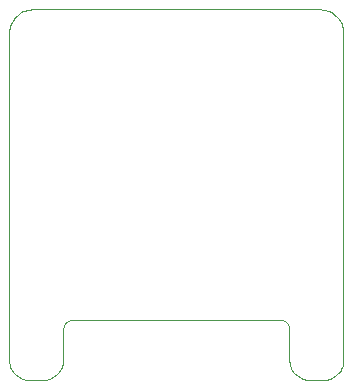
<source format=gko>
%TF.GenerationSoftware,KiCad,Pcbnew,4.0.7-e2-6376~58~ubuntu16.04.1*%
%TF.CreationDate,2018-01-20T15:39:55+01:00*%
%TF.ProjectId,OLEDModule,4F4C45444D6F64756C652E6B69636164,rev?*%
%TF.FileFunction,Profile,NP*%
%FSLAX46Y46*%
G04 Gerber Fmt 4.6, Leading zero omitted, Abs format (unit mm)*
G04 Created by KiCad (PCBNEW 4.0.7-e2-6376~58~ubuntu16.04.1) date Sat Jan 20 15:39:55 2018*
%MOMM*%
%LPD*%
G01*
G04 APERTURE LIST*
%ADD10C,0.100000*%
G04 APERTURE END LIST*
D10*
X23385451Y-1075267D02*
X22157272Y-1075267D01*
X24321979Y-1075267D02*
X23385451Y-1075267D01*
X25006390Y-1075267D02*
X24321979Y-1075267D01*
X25478219Y-1075267D02*
X25006390Y-1075267D01*
X25777001Y-1075267D02*
X25478219Y-1075267D01*
X25942272Y-1075267D02*
X25777001Y-1075267D01*
X26013567Y-1075267D02*
X25942272Y-1075267D01*
X26030419Y-1075267D02*
X26013567Y-1075267D01*
X26030869Y-1075267D02*
X26030419Y-1075267D01*
X26032473Y-1075267D02*
X26030869Y-1075267D01*
X26037950Y-1075267D02*
X26032473Y-1075267D01*
X26049686Y-1075267D02*
X26037950Y-1075267D01*
X26070067Y-1075267D02*
X26049686Y-1075267D01*
X26101480Y-1075267D02*
X26070067Y-1075267D01*
X26146311Y-1075267D02*
X26101480Y-1075267D01*
X26206947Y-1075267D02*
X26146311Y-1075267D01*
X26285760Y-1075271D02*
X26206947Y-1075267D01*
X26383492Y-1075890D02*
X26285760Y-1075271D01*
X26497678Y-1078919D02*
X26383492Y-1075890D01*
X26625480Y-1086293D02*
X26497678Y-1078919D01*
X26764060Y-1099945D02*
X26625480Y-1086293D01*
X26910580Y-1121812D02*
X26764060Y-1099945D01*
X27062201Y-1153826D02*
X26910580Y-1121812D01*
X27216086Y-1197923D02*
X27062201Y-1153826D01*
X27369396Y-1256037D02*
X27216086Y-1197923D01*
X27519442Y-1329728D02*
X27369396Y-1256037D01*
X27664415Y-1418336D02*
X27519442Y-1329728D01*
X27802833Y-1520378D02*
X27664415Y-1418336D01*
X27933211Y-1634371D02*
X27802833Y-1520378D01*
X28054069Y-1758834D02*
X27933211Y-1634371D01*
X28163923Y-1892283D02*
X28054069Y-1758834D01*
X28261291Y-2033235D02*
X28163923Y-1892283D01*
X28344689Y-2180209D02*
X28261291Y-2033235D01*
X28412704Y-2331694D02*
X28344689Y-2180209D01*
X28465540Y-2485539D02*
X28412704Y-2331694D01*
X28505056Y-2638935D02*
X28465540Y-2485539D01*
X28533187Y-2789043D02*
X28505056Y-2638935D01*
X28551868Y-2933027D02*
X28533187Y-2789043D01*
X28563033Y-3068047D02*
X28551868Y-2933027D01*
X28568617Y-3191266D02*
X28563033Y-3068047D01*
X28570553Y-3299845D02*
X28568617Y-3191266D01*
X28570777Y-3390956D02*
X28570553Y-3299845D01*
X28570777Y-3470686D02*
X28570777Y-3390956D01*
X28570777Y-3570498D02*
X28570777Y-3470686D01*
X28570777Y-3726337D02*
X28570777Y-3570498D01*
X28570777Y-3974151D02*
X28570777Y-3726337D01*
X28570777Y-4349885D02*
X28570777Y-3974151D01*
X28570777Y-4889485D02*
X28570777Y-4349885D01*
X28570777Y-5628900D02*
X28570777Y-4889485D01*
X28570777Y-6604074D02*
X28570777Y-5628900D01*
X28570777Y-7844058D02*
X28570777Y-6604074D01*
X28570777Y-9315352D02*
X28570777Y-7844058D01*
X28570777Y-10951145D02*
X28570777Y-9315352D01*
X28570777Y-12684318D02*
X28570777Y-10951145D01*
X28570777Y-14447750D02*
X28570777Y-12684318D01*
X28570777Y-16174321D02*
X28570777Y-14447750D01*
X28570777Y-17796911D02*
X28570777Y-16174321D01*
X28570777Y-19248399D02*
X28570777Y-17796911D01*
X28570777Y-20462452D02*
X28570777Y-19248399D01*
X28570777Y-21411859D02*
X28570777Y-20462452D01*
X28570777Y-22125796D02*
X28570777Y-21411859D01*
X28570777Y-22637821D02*
X28570777Y-22125796D01*
X28570777Y-22981496D02*
X28570777Y-22637821D01*
X28570777Y-23190380D02*
X28570777Y-22981496D01*
X28570777Y-23298034D02*
X28570777Y-23190380D01*
X28570777Y-23338017D02*
X28570777Y-23298034D01*
X28570777Y-23343890D02*
X28570777Y-23338017D01*
X28570777Y-23344975D02*
X28570777Y-23343890D01*
X28570777Y-23352786D02*
X28570777Y-23344975D01*
X28570777Y-23374164D02*
X28570777Y-23352786D01*
X28570777Y-23415946D02*
X28570777Y-23374164D01*
X28570777Y-23484972D02*
X28570777Y-23415946D01*
X28570777Y-23588081D02*
X28570777Y-23484972D01*
X28570777Y-23732112D02*
X28570777Y-23588081D01*
X28570777Y-23923904D02*
X28570777Y-23732112D01*
X28570777Y-24169532D02*
X28570777Y-23923904D01*
X28570777Y-24463946D02*
X28570777Y-24169532D01*
X28570777Y-24793676D02*
X28570777Y-24463946D01*
X28570777Y-25145045D02*
X28570777Y-24793676D01*
X28570777Y-25504373D02*
X28570777Y-25145045D01*
X28570777Y-25857984D02*
X28570777Y-25504373D01*
X28570777Y-26192198D02*
X28570777Y-25857984D01*
X28570777Y-26493339D02*
X28570777Y-26192198D01*
X28570777Y-26747770D02*
X28570777Y-26493339D01*
X28570777Y-26948044D02*
X28570777Y-26747770D01*
X28570777Y-27099436D02*
X28570777Y-26948044D01*
X28570777Y-27208784D02*
X28570777Y-27099436D01*
X28570777Y-27282929D02*
X28570777Y-27208784D01*
X28570777Y-27328709D02*
X28570777Y-27282929D01*
X28570777Y-27352963D02*
X28570777Y-27328709D01*
X28570777Y-27362530D02*
X28570777Y-27352963D01*
X28570777Y-27364248D02*
X28570777Y-27362530D01*
X28570777Y-27364770D02*
X28570777Y-27364248D01*
X28570777Y-27369565D02*
X28570777Y-27364770D01*
X28570777Y-27383650D02*
X28570777Y-27369565D01*
X28570777Y-27412039D02*
X28570777Y-27383650D01*
X28570777Y-27459746D02*
X28570777Y-27412039D01*
X28570777Y-27531788D02*
X28570777Y-27459746D01*
X28570777Y-27633177D02*
X28570777Y-27531788D01*
X28570777Y-27768929D02*
X28570777Y-27633177D01*
X28570777Y-27943790D02*
X28570777Y-27768929D01*
X28570777Y-28155529D02*
X28570777Y-27943790D01*
X28570777Y-28394478D02*
X28570777Y-28155529D01*
X28570777Y-28650609D02*
X28570777Y-28394478D01*
X28570777Y-28913892D02*
X28570777Y-28650609D01*
X28570777Y-29174298D02*
X28570777Y-28913892D01*
X28570777Y-29421797D02*
X28570777Y-29174298D01*
X28570777Y-29646360D02*
X28570777Y-29421797D01*
X28570777Y-29837961D02*
X28570777Y-29646360D01*
X28570777Y-29990332D02*
X28570777Y-29837961D01*
X28570777Y-30108432D02*
X28570777Y-29990332D01*
X28570777Y-30199305D02*
X28570777Y-30108432D01*
X28570777Y-30269995D02*
X28570777Y-30199305D01*
X28570777Y-30327548D02*
X28570777Y-30269995D01*
X28570777Y-30379006D02*
X28570777Y-30327548D01*
X28570777Y-30431414D02*
X28570777Y-30379006D01*
X28570777Y-30491817D02*
X28570777Y-30431414D01*
X28570674Y-30566667D02*
X28570777Y-30491817D01*
X28569378Y-30656744D02*
X28570674Y-30566667D01*
X28565251Y-30759667D02*
X28569378Y-30656744D01*
X28556646Y-30873024D02*
X28565251Y-30759667D01*
X28541918Y-30994399D02*
X28556646Y-30873024D01*
X28519422Y-31121380D02*
X28541918Y-30994399D01*
X28487513Y-31251553D02*
X28519422Y-31121380D01*
X28444546Y-31382503D02*
X28487513Y-31251553D01*
X28388894Y-31511825D02*
X28444546Y-31382503D01*
X28320030Y-31637547D02*
X28388894Y-31511825D01*
X28239079Y-31758355D02*
X28320030Y-31637547D01*
X28147301Y-31872988D02*
X28239079Y-31758355D01*
X28045957Y-31980185D02*
X28147301Y-31872988D01*
X27936309Y-32078684D02*
X28045957Y-31980185D01*
X27819618Y-32167225D02*
X27936309Y-32078684D01*
X27697144Y-32244547D02*
X27819618Y-32167225D01*
X27570148Y-32309388D02*
X27697144Y-32244547D01*
X27440066Y-32360926D02*
X27570148Y-32309388D01*
X27309099Y-32400273D02*
X27440066Y-32360926D01*
X27179662Y-32429073D02*
X27309099Y-32400273D01*
X27054168Y-32448973D02*
X27179662Y-32429073D01*
X26935031Y-32461617D02*
X27054168Y-32448973D01*
X26824665Y-32468651D02*
X26935031Y-32461617D01*
X26725484Y-32471720D02*
X26824665Y-32468651D01*
X26639902Y-32472470D02*
X26725484Y-32471720D01*
X26570165Y-32472489D02*
X26639902Y-32472470D01*
X26515909Y-32472489D02*
X26570165Y-32472489D01*
X26474710Y-32472489D02*
X26515909Y-32472489D01*
X26444085Y-32472489D02*
X26474710Y-32472489D01*
X26421555Y-32472489D02*
X26444085Y-32472489D01*
X26404637Y-32472489D02*
X26421555Y-32472489D01*
X26390850Y-32472489D02*
X26404637Y-32472489D01*
X26377714Y-32472489D02*
X26390850Y-32472489D01*
X26362752Y-32472489D02*
X26377714Y-32472489D01*
X26344474Y-32472489D02*
X26362752Y-32472489D01*
X26323508Y-32472489D02*
X26344474Y-32472489D01*
X26300758Y-32472489D02*
X26323508Y-32472489D01*
X26277126Y-32472489D02*
X26300758Y-32472489D01*
X26253517Y-32472489D02*
X26277126Y-32472489D01*
X26230833Y-32472489D02*
X26253517Y-32472489D01*
X26209978Y-32472489D02*
X26230833Y-32472489D01*
X26191856Y-32472489D02*
X26209978Y-32472489D01*
X26177039Y-32472489D02*
X26191856Y-32472489D01*
X26163928Y-32472489D02*
X26177039Y-32472489D01*
X26150046Y-32472489D02*
X26163928Y-32472489D01*
X26132910Y-32472489D02*
X26150046Y-32472489D01*
X26110040Y-32472489D02*
X26132910Y-32472489D01*
X26078954Y-32472489D02*
X26110040Y-32472489D01*
X26037170Y-32472489D02*
X26078954Y-32472489D01*
X25982209Y-32472489D02*
X26037170Y-32472489D01*
X25911667Y-32472462D02*
X25982209Y-32472489D01*
X25825361Y-32471637D02*
X25911667Y-32472462D01*
X25725574Y-32468412D02*
X25825361Y-32471637D01*
X25614722Y-32461140D02*
X25725574Y-32468412D01*
X25495217Y-32448178D02*
X25614722Y-32461140D01*
X25369474Y-32427879D02*
X25495217Y-32448178D01*
X25239906Y-32398598D02*
X25369474Y-32427879D01*
X25108928Y-32358691D02*
X25239906Y-32398598D01*
X24978953Y-32306512D02*
X25108928Y-32358691D01*
X24852151Y-32241028D02*
X24978953Y-32306512D01*
X24729933Y-32163126D02*
X24852151Y-32241028D01*
X24613560Y-32074066D02*
X24729933Y-32163126D01*
X24504292Y-31975111D02*
X24613560Y-32074066D01*
X24403390Y-31867520D02*
X24504292Y-31975111D01*
X24312116Y-31752555D02*
X24403390Y-31867520D01*
X24231730Y-31631477D02*
X24312116Y-31752555D01*
X24163494Y-31505547D02*
X24231730Y-31631477D01*
X24108499Y-31376092D02*
X24163494Y-31505547D01*
X24066114Y-31245125D02*
X24108499Y-31376092D01*
X24034707Y-31115055D02*
X24066114Y-31245125D01*
X24012632Y-30988294D02*
X24034707Y-31115055D01*
X23998244Y-30867258D02*
X24012632Y-30988294D01*
X23989898Y-30754359D02*
X23998244Y-30867258D01*
X23985948Y-30652012D02*
X23989898Y-30754359D01*
X23984749Y-30562630D02*
X23985948Y-30652012D01*
X23984666Y-30488582D02*
X23984749Y-30562630D01*
X23984666Y-30429391D02*
X23984666Y-30488582D01*
X23984666Y-30380108D02*
X23984666Y-30429391D01*
X23984666Y-30335387D02*
X23984666Y-30380108D01*
X23984666Y-30289887D02*
X23984666Y-30335387D01*
X23984666Y-30238264D02*
X23984666Y-30289887D01*
X23984666Y-30175175D02*
X23984666Y-30238264D01*
X23984666Y-30095276D02*
X23984666Y-30175175D01*
X23984666Y-29993225D02*
X23984666Y-30095276D01*
X23984666Y-29865394D02*
X23984666Y-29993225D01*
X23984666Y-29716105D02*
X23984666Y-29865394D01*
X23984666Y-29551987D02*
X23984666Y-29716105D01*
X23984666Y-29379666D02*
X23984666Y-29551987D01*
X23984666Y-29205770D02*
X23984666Y-29379666D01*
X23984666Y-29036926D02*
X23984666Y-29205770D01*
X23984666Y-28879761D02*
X23984666Y-29036926D01*
X23984666Y-28740902D02*
X23984666Y-28879761D01*
X23984666Y-28626635D02*
X23984666Y-28740902D01*
X23984666Y-28537545D02*
X23984666Y-28626635D01*
X23984666Y-28469520D02*
X23984666Y-28537545D01*
X23984666Y-28418307D02*
X23984666Y-28469520D01*
X23984666Y-28379653D02*
X23984666Y-28418307D01*
X23984666Y-28349305D02*
X23984666Y-28379653D01*
X23984666Y-28323009D02*
X23984666Y-28349305D01*
X23984666Y-28296512D02*
X23984666Y-28323009D01*
X23984665Y-28265569D02*
X23984666Y-28296512D01*
X23984448Y-28227439D02*
X23984665Y-28265569D01*
X23983320Y-28182777D02*
X23984448Y-28227439D01*
X23980519Y-28132698D02*
X23983320Y-28182777D01*
X23975284Y-28078322D02*
X23980519Y-28132698D01*
X23966852Y-28020765D02*
X23975284Y-28078322D01*
X23954462Y-27961144D02*
X23966852Y-28020765D01*
X23937353Y-27900577D02*
X23954462Y-27961144D01*
X23914762Y-27840182D02*
X23937353Y-27900577D01*
X23886053Y-27781026D02*
X23914762Y-27840182D01*
X23851443Y-27723838D02*
X23886053Y-27781026D01*
X23811516Y-27669203D02*
X23851443Y-27723838D01*
X23766855Y-27617703D02*
X23811516Y-27669203D01*
X23718043Y-27569923D02*
X23766855Y-27617703D01*
X23665664Y-27526447D02*
X23718043Y-27569923D01*
X23610303Y-27487858D02*
X23665664Y-27526447D01*
X23552542Y-27454740D02*
X23610303Y-27487858D01*
X23492974Y-27427657D02*
X23552542Y-27454740D01*
X23432425Y-27406578D02*
X23492974Y-27427657D01*
X23371998Y-27390781D02*
X23432425Y-27406578D01*
X23312811Y-27379503D02*
X23371998Y-27390781D01*
X23255980Y-27371983D02*
X23312811Y-27379503D01*
X23202623Y-27367459D02*
X23255980Y-27371983D01*
X23153857Y-27365171D02*
X23202623Y-27367459D01*
X23110800Y-27364356D02*
X23153857Y-27365171D01*
X23074567Y-27364252D02*
X23110800Y-27364356D01*
X23039984Y-27364252D02*
X23074567Y-27364252D01*
X22981185Y-27364252D02*
X23039984Y-27364252D01*
X22868059Y-27364252D02*
X22981185Y-27364252D01*
X22670496Y-27364252D02*
X22868059Y-27364252D01*
X22358384Y-27364252D02*
X22670496Y-27364252D01*
X21901612Y-27364252D02*
X22358384Y-27364252D01*
X21270070Y-27364252D02*
X21901612Y-27364252D01*
X20433645Y-27364252D02*
X21270070Y-27364252D01*
X19367039Y-27364252D02*
X20433645Y-27364252D01*
X18096678Y-27364252D02*
X19367039Y-27364252D01*
X16680459Y-27364252D02*
X18096678Y-27364252D01*
X15176725Y-27364252D02*
X16680459Y-27364252D01*
X13643819Y-27364252D02*
X15176725Y-27364252D01*
X12140085Y-27364252D02*
X13643819Y-27364252D01*
X10723865Y-27364252D02*
X12140085Y-27364252D01*
X9453504Y-27364252D02*
X10723865Y-27364252D01*
X8386898Y-27364252D02*
X9453504Y-27364252D01*
X7550474Y-27364252D02*
X8386898Y-27364252D01*
X6918931Y-27364252D02*
X7550474Y-27364252D01*
X6462160Y-27364252D02*
X6918931Y-27364252D01*
X6150048Y-27364252D02*
X6462160Y-27364252D01*
X5952484Y-27364252D02*
X6150048Y-27364252D01*
X5839359Y-27364252D02*
X5952484Y-27364252D01*
X5780560Y-27364252D02*
X5839359Y-27364252D01*
X5745976Y-27364252D02*
X5780560Y-27364252D01*
X5709744Y-27364356D02*
X5745976Y-27364252D01*
X5666687Y-27365171D02*
X5709744Y-27364356D01*
X5617921Y-27367459D02*
X5666687Y-27365171D01*
X5564564Y-27371983D02*
X5617921Y-27367459D01*
X5507733Y-27379503D02*
X5564564Y-27371983D01*
X5448545Y-27390781D02*
X5507733Y-27379503D01*
X5388118Y-27406578D02*
X5448545Y-27390781D01*
X5327570Y-27427657D02*
X5388118Y-27406578D01*
X5268001Y-27454740D02*
X5327570Y-27427657D01*
X5210241Y-27487858D02*
X5268001Y-27454740D01*
X5154879Y-27526447D02*
X5210241Y-27487858D01*
X5102501Y-27569923D02*
X5154879Y-27526447D01*
X5053689Y-27617703D02*
X5102501Y-27569923D01*
X5009028Y-27669203D02*
X5053689Y-27617703D01*
X4969100Y-27723838D02*
X5009028Y-27669203D01*
X4934490Y-27781026D02*
X4969100Y-27723838D01*
X4905781Y-27840182D02*
X4934490Y-27781026D01*
X4883191Y-27900577D02*
X4905781Y-27840182D01*
X4866082Y-27961144D02*
X4883191Y-27900577D01*
X4853692Y-28020765D02*
X4866082Y-27961144D01*
X4845260Y-28078322D02*
X4853692Y-28020765D01*
X4840024Y-28132698D02*
X4845260Y-28078322D01*
X4837223Y-28182777D02*
X4840024Y-28132698D01*
X4836095Y-28227439D02*
X4837223Y-28182777D01*
X4835879Y-28265569D02*
X4836095Y-28227439D01*
X4835878Y-28296512D02*
X4835879Y-28265569D01*
X4835878Y-28323009D02*
X4835878Y-28296512D01*
X4835878Y-28349305D02*
X4835878Y-28323009D01*
X4835878Y-28379653D02*
X4835878Y-28349305D01*
X4835878Y-28418307D02*
X4835878Y-28379653D01*
X4835878Y-28469520D02*
X4835878Y-28418307D01*
X4835878Y-28537545D02*
X4835878Y-28469520D01*
X4835878Y-28626635D02*
X4835878Y-28537545D01*
X4835878Y-28740902D02*
X4835878Y-28626635D01*
X4835878Y-28879761D02*
X4835878Y-28740902D01*
X4835878Y-29036926D02*
X4835878Y-28879761D01*
X4835878Y-29205770D02*
X4835878Y-29036926D01*
X4835878Y-29379666D02*
X4835878Y-29205770D01*
X4835878Y-29551987D02*
X4835878Y-29379666D01*
X4835878Y-29716105D02*
X4835878Y-29551987D01*
X4835878Y-29865394D02*
X4835878Y-29716105D01*
X4835878Y-29993225D02*
X4835878Y-29865394D01*
X4835878Y-30095276D02*
X4835878Y-29993225D01*
X4835878Y-30175175D02*
X4835878Y-30095276D01*
X4835878Y-30238264D02*
X4835878Y-30175175D01*
X4835878Y-30289887D02*
X4835878Y-30238264D01*
X4835878Y-30335387D02*
X4835878Y-30289887D01*
X4835878Y-30380108D02*
X4835878Y-30335387D01*
X4835878Y-30429391D02*
X4835878Y-30380108D01*
X4835878Y-30488582D02*
X4835878Y-30429391D01*
X4835794Y-30562630D02*
X4835878Y-30488582D01*
X4834596Y-30652012D02*
X4835794Y-30562630D01*
X4830646Y-30754359D02*
X4834596Y-30652012D01*
X4822299Y-30867258D02*
X4830646Y-30754359D01*
X4807911Y-30988294D02*
X4822299Y-30867258D01*
X4785836Y-31115055D02*
X4807911Y-30988294D01*
X4754429Y-31245125D02*
X4785836Y-31115055D01*
X4712044Y-31376092D02*
X4754429Y-31245125D01*
X4657049Y-31505547D02*
X4712044Y-31376092D01*
X4588813Y-31631477D02*
X4657049Y-31505547D01*
X4508428Y-31752555D02*
X4588813Y-31631477D01*
X4417154Y-31867520D02*
X4508428Y-31752555D01*
X4316252Y-31975111D02*
X4417154Y-31867520D01*
X4206984Y-32074066D02*
X4316252Y-31975111D01*
X4090610Y-32163126D02*
X4206984Y-32074066D01*
X3968392Y-32241028D02*
X4090610Y-32163126D01*
X3841591Y-32306512D02*
X3968392Y-32241028D01*
X3711615Y-32358691D02*
X3841591Y-32306512D01*
X3580637Y-32398598D02*
X3711615Y-32358691D01*
X3451070Y-32427879D02*
X3580637Y-32398598D01*
X3325326Y-32448178D02*
X3451070Y-32427879D01*
X3205822Y-32461140D02*
X3325326Y-32448178D01*
X3094969Y-32468412D02*
X3205822Y-32461140D01*
X2995183Y-32471637D02*
X3094969Y-32468412D01*
X2908877Y-32472462D02*
X2995183Y-32471637D01*
X2838335Y-32472489D02*
X2908877Y-32472462D01*
X2783373Y-32472489D02*
X2838335Y-32472489D01*
X2741590Y-32472489D02*
X2783373Y-32472489D01*
X2710504Y-32472489D02*
X2741590Y-32472489D01*
X2687633Y-32472489D02*
X2710504Y-32472489D01*
X2670497Y-32472489D02*
X2687633Y-32472489D01*
X2656613Y-32472489D02*
X2670497Y-32472489D01*
X2643502Y-32472489D02*
X2656613Y-32472489D01*
X2628684Y-32472489D02*
X2643502Y-32472489D01*
X2610560Y-32472489D02*
X2628684Y-32472489D01*
X2589703Y-32472489D02*
X2610560Y-32472489D01*
X2567018Y-32472489D02*
X2589703Y-32472489D01*
X2543407Y-32472489D02*
X2567018Y-32472489D01*
X2519773Y-32472489D02*
X2543407Y-32472489D01*
X2497021Y-32472489D02*
X2519773Y-32472489D01*
X2476054Y-32472489D02*
X2497021Y-32472489D01*
X2457774Y-32472489D02*
X2476054Y-32472489D01*
X2442811Y-32472489D02*
X2457774Y-32472489D01*
X2429673Y-32472489D02*
X2442811Y-32472489D01*
X2415886Y-32472489D02*
X2429673Y-32472489D01*
X2398968Y-32472489D02*
X2415886Y-32472489D01*
X2376437Y-32472489D02*
X2398968Y-32472489D01*
X2345813Y-32472489D02*
X2376437Y-32472489D01*
X2304614Y-32472489D02*
X2345813Y-32472489D01*
X2250359Y-32472489D02*
X2304614Y-32472489D01*
X2180622Y-32472470D02*
X2250359Y-32472489D01*
X2095041Y-32471720D02*
X2180622Y-32472470D01*
X1995861Y-32468651D02*
X2095041Y-32471720D01*
X1885496Y-32461617D02*
X1995861Y-32468651D01*
X1766361Y-32448973D02*
X1885496Y-32461617D01*
X1640868Y-32429074D02*
X1766361Y-32448973D01*
X1511432Y-32400273D02*
X1640868Y-32429074D01*
X1380467Y-32360927D02*
X1511432Y-32400273D01*
X1250386Y-32309390D02*
X1380467Y-32360927D01*
X1123391Y-32244549D02*
X1250386Y-32309390D01*
X1000918Y-32167228D02*
X1123391Y-32244549D01*
X884228Y-32078688D02*
X1000918Y-32167228D01*
X774581Y-31980190D02*
X884228Y-32078688D01*
X673238Y-31872994D02*
X774581Y-31980190D01*
X581461Y-31758362D02*
X673238Y-31872994D01*
X500511Y-31637555D02*
X581461Y-31758362D01*
X431648Y-31511834D02*
X500511Y-31637555D01*
X375997Y-31382514D02*
X431648Y-31511834D01*
X333030Y-31251565D02*
X375997Y-31382514D01*
X301121Y-31121394D02*
X333030Y-31251565D01*
X278625Y-30994414D02*
X301121Y-31121394D01*
X263898Y-30873040D02*
X278625Y-30994414D01*
X255293Y-30759684D02*
X263898Y-30873040D01*
X251165Y-30656762D02*
X255293Y-30759684D01*
X249870Y-30566686D02*
X251165Y-30656762D01*
X249767Y-30491837D02*
X249870Y-30566686D01*
X249767Y-30431434D02*
X249767Y-30491837D01*
X249767Y-30379026D02*
X249767Y-30431434D01*
X249767Y-30327568D02*
X249767Y-30379026D01*
X249767Y-30270016D02*
X249767Y-30327568D01*
X249767Y-30199325D02*
X249767Y-30270016D01*
X249767Y-30108452D02*
X249767Y-30199325D01*
X249767Y-29990351D02*
X249767Y-30108452D01*
X249767Y-29837979D02*
X249767Y-29990351D01*
X249767Y-29646377D02*
X249767Y-29837979D01*
X249767Y-29421812D02*
X249767Y-29646377D01*
X249767Y-29174311D02*
X249767Y-29421812D01*
X249767Y-28913904D02*
X249767Y-29174311D01*
X249767Y-28650619D02*
X249767Y-28913904D01*
X249767Y-28394486D02*
X249767Y-28650619D01*
X249767Y-28155535D02*
X249767Y-28394486D01*
X249767Y-27943794D02*
X249767Y-28155535D01*
X249767Y-27768932D02*
X249767Y-27943794D01*
X249767Y-27633179D02*
X249767Y-27768932D01*
X249767Y-27531789D02*
X249767Y-27633179D01*
X249767Y-27459747D02*
X249767Y-27531789D01*
X249767Y-27412039D02*
X249767Y-27459747D01*
X249767Y-27383650D02*
X249767Y-27412039D01*
X249767Y-27369565D02*
X249767Y-27383650D01*
X249767Y-27364770D02*
X249767Y-27369565D01*
X249767Y-27364248D02*
X249767Y-27364770D01*
X249767Y-27362530D02*
X249767Y-27364248D01*
X249767Y-27352963D02*
X249767Y-27362530D01*
X249767Y-27328709D02*
X249767Y-27352963D01*
X249767Y-27282929D02*
X249767Y-27328709D01*
X249767Y-27208784D02*
X249767Y-27282929D01*
X249767Y-27099436D02*
X249767Y-27208784D01*
X249767Y-26948044D02*
X249767Y-27099436D01*
X249767Y-26747770D02*
X249767Y-26948044D01*
X249767Y-26493339D02*
X249767Y-26747770D01*
X249767Y-26192198D02*
X249767Y-26493339D01*
X249767Y-25857984D02*
X249767Y-26192198D01*
X249767Y-25504373D02*
X249767Y-25857984D01*
X249767Y-25145045D02*
X249767Y-25504373D01*
X249767Y-24793676D02*
X249767Y-25145045D01*
X249767Y-24463946D02*
X249767Y-24793676D01*
X249767Y-24169532D02*
X249767Y-24463946D01*
X249767Y-23923904D02*
X249767Y-24169532D01*
X249767Y-23732112D02*
X249767Y-23923904D01*
X249767Y-23588081D02*
X249767Y-23732112D01*
X249767Y-23484972D02*
X249767Y-23588081D01*
X249767Y-23415946D02*
X249767Y-23484972D01*
X249767Y-23374164D02*
X249767Y-23415946D01*
X249767Y-23352786D02*
X249767Y-23374164D01*
X249767Y-23344975D02*
X249767Y-23352786D01*
X249767Y-23343890D02*
X249767Y-23344975D01*
X249767Y-23338017D02*
X249767Y-23343890D01*
X249767Y-23298034D02*
X249767Y-23338017D01*
X249767Y-23190380D02*
X249767Y-23298034D01*
X249767Y-22981496D02*
X249767Y-23190380D01*
X249767Y-22637821D02*
X249767Y-22981496D01*
X249767Y-22125796D02*
X249767Y-22637821D01*
X249767Y-21411859D02*
X249767Y-22125796D01*
X249767Y-20462452D02*
X249767Y-21411859D01*
X249767Y-19248399D02*
X249767Y-20462452D01*
X249767Y-17796911D02*
X249767Y-19248399D01*
X249767Y-16174321D02*
X249767Y-17796911D01*
X249767Y-14447750D02*
X249767Y-16174321D01*
X249767Y-12684318D02*
X249767Y-14447750D01*
X249767Y-10951145D02*
X249767Y-12684318D01*
X249767Y-9315352D02*
X249767Y-10951145D01*
X249767Y-7844058D02*
X249767Y-9315352D01*
X249767Y-6604074D02*
X249767Y-7844058D01*
X249767Y-5628900D02*
X249767Y-6604074D01*
X249767Y-4889485D02*
X249767Y-5628900D01*
X249767Y-4349885D02*
X249767Y-4889485D01*
X249767Y-3974151D02*
X249767Y-4349885D01*
X249767Y-3726337D02*
X249767Y-3974151D01*
X249767Y-3570498D02*
X249767Y-3726337D01*
X249767Y-3470686D02*
X249767Y-3570498D01*
X249767Y-3390956D02*
X249767Y-3470686D01*
X249990Y-3299845D02*
X249767Y-3390956D01*
X251927Y-3191266D02*
X249990Y-3299845D01*
X257511Y-3068047D02*
X251927Y-3191266D01*
X268676Y-2933027D02*
X257511Y-3068047D01*
X287357Y-2789043D02*
X268676Y-2933027D01*
X315488Y-2638935D02*
X287357Y-2789043D01*
X355004Y-2485539D02*
X315488Y-2638935D01*
X407840Y-2331694D02*
X355004Y-2485539D01*
X475854Y-2180209D02*
X407840Y-2331694D01*
X559253Y-2033235D02*
X475854Y-2180209D01*
X656620Y-1892283D02*
X559253Y-2033235D01*
X766474Y-1758834D02*
X656620Y-1892283D01*
X887332Y-1634371D02*
X766474Y-1758834D01*
X1017711Y-1520378D02*
X887332Y-1634371D01*
X1156128Y-1418336D02*
X1017711Y-1520378D01*
X1301101Y-1329728D02*
X1156128Y-1418336D01*
X1451147Y-1256037D02*
X1301101Y-1329728D01*
X1604457Y-1197923D02*
X1451147Y-1256037D01*
X1758342Y-1153826D02*
X1604457Y-1197923D01*
X1909964Y-1121812D02*
X1758342Y-1153826D01*
X2056483Y-1099945D02*
X1909964Y-1121812D01*
X2195063Y-1086293D02*
X2056483Y-1099945D01*
X2322865Y-1078919D02*
X2195063Y-1086293D01*
X2437052Y-1075890D02*
X2322865Y-1078919D01*
X2534784Y-1075271D02*
X2437052Y-1075890D01*
X2616422Y-1075267D02*
X2534784Y-1075271D01*
X2709795Y-1075267D02*
X2616422Y-1075267D01*
X2856711Y-1075267D02*
X2709795Y-1075267D01*
X3099093Y-1075267D02*
X2856711Y-1075267D01*
X3478861Y-1075267D02*
X3099093Y-1075267D01*
X4037936Y-1075267D02*
X3478861Y-1075267D01*
X4818241Y-1075267D02*
X4037936Y-1075267D01*
X5861697Y-1075267D02*
X4818241Y-1075267D01*
X7209143Y-1075267D02*
X5861697Y-1075267D01*
X8853087Y-1075267D02*
X7209143Y-1075267D01*
X10719335Y-1075267D02*
X8853087Y-1075267D01*
X12728816Y-1075267D02*
X10719335Y-1075267D01*
X14802461Y-1075267D02*
X12728816Y-1075267D01*
X16861199Y-1075267D02*
X14802461Y-1075267D01*
X18825960Y-1075267D02*
X16861199Y-1075267D01*
X20617674Y-1075267D02*
X18825960Y-1075267D01*
X22157272Y-1075267D02*
X20617674Y-1075267D01*
M02*

</source>
